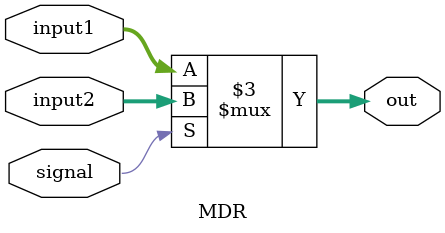
<source format=v>
`timescale 1ns/10ps

module MDR (input wire [31:0] input1, input wire [31:0] input2, input wire signal, output reg [31:0] out);
 
always@(*)begin
		if (signal) begin
			out[31:0] <= input2[31:0];
		end
		else begin
			out[31:0] <= input1[31:0];
		end
	end
 
endmodule
</source>
